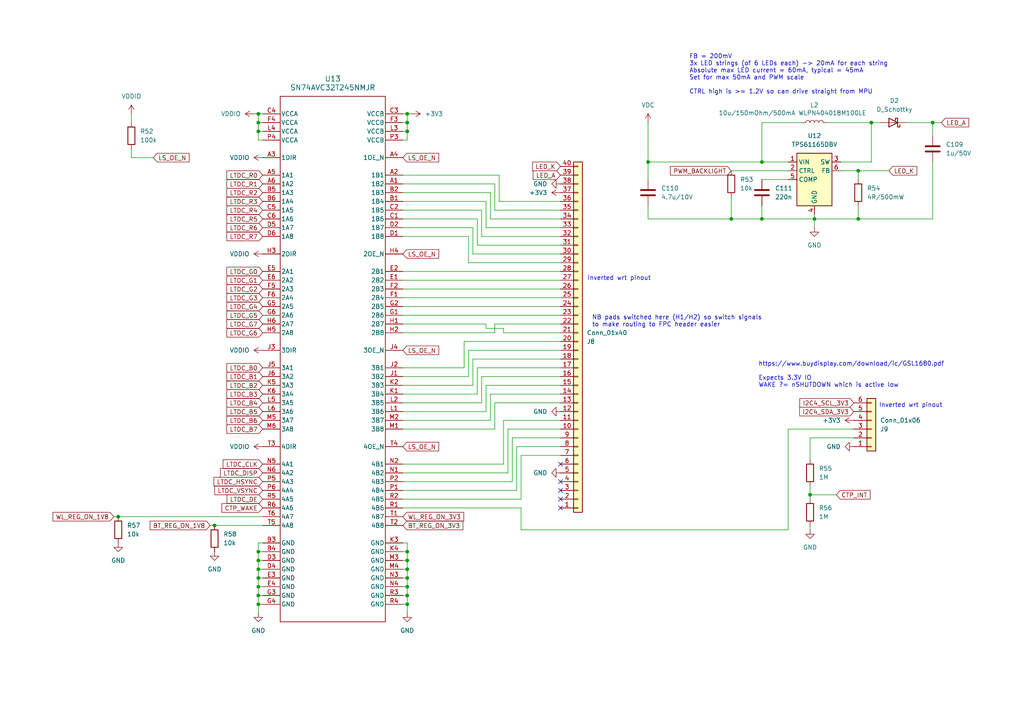
<source format=kicad_sch>
(kicad_sch (version 20250114) (generator "eeschema") (generator_version "9.0")
  (paper "A4")
  (lib_symbols
    (symbol "Connector_Generic:Conn_01x06" (pin_names (offset 1.016) (hide yes))
      (property "Reference" "J" (at 0 7.62 0))
      (property "Value" "Conn_01x06" (at 0 -10.16 0))
      (symbol "Conn_01x06_1_1"
        (rectangle (start -1.27 6.35) (end 1.27 -8.89) (stroke (width 0.254)) (fill (type background)))
        (rectangle (start -1.27 5.207) (end 0 4.953) (stroke (width 0.1524)))
        (rectangle (start -1.27 2.667) (end 0 2.413) (stroke (width 0.1524)))
        (rectangle (start -1.27 0.127) (end 0 -0.127) (stroke (width 0.1524)))
        (rectangle (start -1.27 -2.413) (end 0 -2.667) (stroke (width 0.1524)))
        (rectangle (start -1.27 -4.953) (end 0 -5.207) (stroke (width 0.1524)))
        (rectangle (start -1.27 -7.493) (end 0 -7.747) (stroke (width 0.1524)))
        (pin passive line (at -5.08 5.08 0) (length 3.81) (name "Pin_1") (number "1"))
        (pin passive line (at -5.08 2.54 0) (length 3.81) (name "Pin_2") (number "2"))
        (pin passive line (at -5.08 0 0) (length 3.81) (name "Pin_3") (number "3"))
        (pin passive line (at -5.08 -2.54 0) (length 3.81) (name "Pin_4") (number "4"))
        (pin passive line (at -5.08 -5.08 0) (length 3.81) (name "Pin_5") (number "5"))
        (pin passive line (at -5.08 -7.62 0) (length 3.81) (name "Pin_6") (number "6"))
      )
    )
    (symbol "Connector_Generic:Conn_01x40" (pin_names (offset 1.016) (hide yes))
      (property "Reference" "J" (at 0 50.8 0))
      (property "Value" "Conn_01x40" (at 0 -53.34 0))
      (symbol "Conn_01x40_1_1"
        (rectangle (start -1.27 49.53) (end 1.27 -52.07) (stroke (width 0.254)) (fill (type background)))
        (rectangle (start -1.27 48.387) (end 0 48.133) (stroke (width 0.1524)))
        (rectangle (start -1.27 45.847) (end 0 45.593) (stroke (width 0.1524)))
        (rectangle (start -1.27 43.307) (end 0 43.053) (stroke (width 0.1524)))
        (rectangle (start -1.27 40.767) (end 0 40.513) (stroke (width 0.1524)))
        (rectangle (start -1.27 38.227) (end 0 37.973) (stroke (width 0.1524)))
        (rectangle (start -1.27 35.687) (end 0 35.433) (stroke (width 0.1524)))
        (rectangle (start -1.27 33.147) (end 0 32.893) (stroke (width 0.1524)))
        (rectangle (start -1.27 30.607) (end 0 30.353) (stroke (width 0.1524)))
        (rectangle (start -1.27 28.067) (end 0 27.813) (stroke (width 0.1524)))
        (rectangle (start -1.27 25.527) (end 0 25.273) (stroke (width 0.1524)))
        (rectangle (start -1.27 22.987) (end 0 22.733) (stroke (width 0.1524)))
        (rectangle (start -1.27 20.447) (end 0 20.193) (stroke (width 0.1524)))
        (rectangle (start -1.27 17.907) (end 0 17.653) (stroke (width 0.1524)))
        (rectangle (start -1.27 15.367) (end 0 15.113) (stroke (width 0.1524)))
        (rectangle (start -1.27 12.827) (end 0 12.573) (stroke (width 0.1524)))
        (rectangle (start -1.27 10.287) (end 0 10.033) (stroke (width 0.1524)))
        (rectangle (start -1.27 7.747) (end 0 7.493) (stroke (width 0.1524)))
        (rectangle (start -1.27 5.207) (end 0 4.953) (stroke (width 0.1524)))
        (rectangle (start -1.27 2.667) (end 0 2.413) (stroke (width 0.1524)))
        (rectangle (start -1.27 0.127) (end 0 -0.127) (stroke (width 0.1524)))
        (rectangle (start -1.27 -2.413) (end 0 -2.667) (stroke (width 0.1524)))
        (rectangle (start -1.27 -4.953) (end 0 -5.207) (stroke (width 0.1524)))
        (rectangle (start -1.27 -7.493) (end 0 -7.747) (stroke (width 0.1524)))
        (rectangle (start -1.27 -10.033) (end 0 -10.287) (stroke (width 0.1524)))
        (rectangle (start -1.27 -12.573) (end 0 -12.827) (stroke (width 0.1524)))
        (rectangle (start -1.27 -15.113) (end 0 -15.367) (stroke (width 0.1524)))
        (rectangle (start -1.27 -17.653) (end 0 -17.907) (stroke (width 0.1524)))
        (rectangle (start -1.27 -20.193) (end 0 -20.447) (stroke (width 0.1524)))
        (rectangle (start -1.27 -22.733) (end 0 -22.987) (stroke (width 0.1524)))
        (rectangle (start -1.27 -25.273) (end 0 -25.527) (stroke (width 0.1524)))
        (rectangle (start -1.27 -27.813) (end 0 -28.067) (stroke (width 0.1524)))
        (rectangle (start -1.27 -30.353) (end 0 -30.607) (stroke (width 0.1524)))
        (rectangle (start -1.27 -32.893) (end 0 -33.147) (stroke (width 0.1524)))
        (rectangle (start -1.27 -35.433) (end 0 -35.687) (stroke (width 0.1524)))
        (rectangle (start -1.27 -37.973) (end 0 -38.227) (stroke (width 0.1524)))
        (rectangle (start -1.27 -40.513) (end 0 -40.767) (stroke (width 0.1524)))
        (rectangle (start -1.27 -43.053) (end 0 -43.307) (stroke (width 0.1524)))
        (rectangle (start -1.27 -45.593) (end 0 -45.847) (stroke (width 0.1524)))
        (rectangle (start -1.27 -48.133) (end 0 -48.387) (stroke (width 0.1524)))
        (rectangle (start -1.27 -50.673) (end 0 -50.927) (stroke (width 0.1524)))
        (pin passive line (at -5.08 48.26 0) (length 3.81) (name "Pin_1") (number "1"))
        (pin passive line (at -5.08 45.72 0) (length 3.81) (name "Pin_2") (number "2"))
        (pin passive line (at -5.08 43.18 0) (length 3.81) (name "Pin_3") (number "3"))
        (pin passive line (at -5.08 40.64 0) (length 3.81) (name "Pin_4") (number "4"))
        (pin passive line (at -5.08 38.1 0) (length 3.81) (name "Pin_5") (number "5"))
        (pin passive line (at -5.08 35.56 0) (length 3.81) (name "Pin_6") (number "6"))
        (pin passive line (at -5.08 33.02 0) (length 3.81) (name "Pin_7") (number "7"))
        (pin passive line (at -5.08 30.48 0) (length 3.81) (name "Pin_8") (number "8"))
        (pin passive line (at -5.08 27.94 0) (length 3.81) (name "Pin_9") (number "9"))
        (pin passive line (at -5.08 25.4 0) (length 3.81) (name "Pin_10") (number "10"))
        (pin passive line (at -5.08 22.86 0) (length 3.81) (name "Pin_11") (number "11"))
        (pin passive line (at -5.08 20.32 0) (length 3.81) (name "Pin_12") (number "12"))
        (pin passive line (at -5.08 17.78 0) (length 3.81) (name "Pin_13") (number "13"))
        (pin passive line (at -5.08 15.24 0) (length 3.81) (name "Pin_14") (number "14"))
        (pin passive line (at -5.08 12.7 0) (length 3.81) (name "Pin_15") (number "15"))
        (pin passive line (at -5.08 10.16 0) (length 3.81) (name "Pin_16") (number "16"))
        (pin passive line (at -5.08 7.62 0) (length 3.81) (name "Pin_17") (number "17"))
        (pin passive line (at -5.08 5.08 0) (length 3.81) (name "Pin_18") (number "18"))
        (pin passive line (at -5.08 2.54 0) (length 3.81) (name "Pin_19") (number "19"))
        (pin passive line (at -5.08 0 0) (length 3.81) (name "Pin_20") (number "20"))
        (pin passive line (at -5.08 -2.54 0) (length 3.81) (name "Pin_21") (number "21"))
        (pin passive line (at -5.08 -5.08 0) (length 3.81) (name "Pin_22") (number "22"))
        (pin passive line (at -5.08 -7.62 0) (length 3.81) (name "Pin_23") (number "23"))
        (pin passive line (at -5.08 -10.16 0) (length 3.81) (name "Pin_24") (number "24"))
        (pin passive line (at -5.08 -12.7 0) (length 3.81) (name "Pin_25") (number "25"))
        (pin passive line (at -5.08 -15.24 0) (length 3.81) (name "Pin_26") (number "26"))
        (pin passive line (at -5.08 -17.78 0) (length 3.81) (name "Pin_27") (number "27"))
        (pin passive line (at -5.08 -20.32 0) (length 3.81) (name "Pin_28") (number "28"))
        (pin passive line (at -5.08 -22.86 0) (length 3.81) (name "Pin_29") (number "29"))
        (pin passive line (at -5.08 -25.4 0) (length 3.81) (name "Pin_30") (number "30"))
        (pin passive line (at -5.08 -27.94 0) (length 3.81) (name "Pin_31") (number "31"))
        (pin passive line (at -5.08 -30.48 0) (length 3.81) (name "Pin_32") (number "32"))
        (pin passive line (at -5.08 -33.02 0) (length 3.81) (name "Pin_33") (number "33"))
        (pin passive line (at -5.08 -35.56 0) (length 3.81) (name "Pin_34") (number "34"))
        (pin passive line (at -5.08 -38.1 0) (length 3.81) (name "Pin_35") (number "35"))
        (pin passive line (at -5.08 -40.64 0) (length 3.81) (name "Pin_36") (number "36"))
        (pin passive line (at -5.08 -43.18 0) (length 3.81) (name "Pin_37") (number "37"))
        (pin passive line (at -5.08 -45.72 0) (length 3.81) (name "Pin_38") (number "38"))
        (pin passive line (at -5.08 -48.26 0) (length 3.81) (name "Pin_39") (number "39"))
        (pin passive line (at -5.08 -50.8 0) (length 3.81) (name "Pin_40") (number "40"))
      )
    )
    (symbol "Device:C" (pin_numbers (hide yes)) (pin_names (offset 0.254))
      (property "Reference" "C" (at 0.635 2.54 0))
      (property "Value" "C" (at 0.635 -2.54 0))
      (symbol "C_0_1"
        (polyline (pts (xy -2.032 0.762) (xy 2.032 0.762)) (stroke (width 0.508)))
        (polyline (pts (xy -2.032 -0.762) (xy 2.032 -0.762)) (stroke (width 0.508)))
      )
      (symbol "C_1_1"
        (pin passive line (at 0 3.81 270) (length 2.794) (name "~") (number "1"))
        (pin passive line (at 0 -3.81 90) (length 2.794) (name "~") (number "2"))
      )
    )
    (symbol "Device:D_Schottky" (pin_numbers (hide yes)) (pin_names (offset 1.016) (hide yes))
      (property "Reference" "D" (at 0 2.54 0))
      (property "Value" "D_Schottky" (at 0 -2.54 0))
      (symbol "D_Schottky_0_1"
        (polyline (pts (xy -1.905 0.635) (xy -1.905 1.27) (xy -1.27 1.27) (xy -1.27 -1.27) (xy -0.635 -1.27) (xy -0.635 -0.635)) (stroke (width 0.254)))
        (polyline (pts (xy 1.27 1.27) (xy 1.27 -1.27) (xy -1.27 0) (xy 1.27 1.27)) (stroke (width 0.254)))
        (polyline (pts (xy 1.27 0) (xy -1.27 0)))
      )
      (symbol "D_Schottky_1_1"
        (pin passive line (at -3.81 0 0) (length 2.54) (name "K") (number "1"))
        (pin passive line (at 3.81 0 180) (length 2.54) (name "A") (number "2"))
      )
    )
    (symbol "Device:L" (pin_numbers (hide yes)) (pin_names (offset 1.016) (hide yes))
      (property "Reference" "L" (at -1.27 0 90))
      (property "Value" "L" (at 1.905 0 90))
      (symbol "L_0_1"
        (arc (start 0 2.54) (mid 0.6323 1.905) (end 0 1.27))
        (arc (start 0 1.27) (mid 0.6323 0.635) (end 0 0))
        (arc (start 0 0) (mid 0.6323 -0.635) (end 0 -1.27))
        (arc (start 0 -1.27) (mid 0.6323 -1.905) (end 0 -2.54))
      )
      (symbol "L_1_1"
        (pin passive line (at 0 3.81 270) (length 1.27) (name "1") (number "1"))
        (pin passive line (at 0 -3.81 90) (length 1.27) (name "2") (number "2"))
      )
    )
    (symbol "Device:R" (pin_numbers (hide yes)) (pin_names (offset 0))
      (property "Reference" "R" (at 2.032 0 90))
      (property "Value" "R" (at 0 0 90))
      (symbol "R_0_1"
        (rectangle (start -1.016 -2.54) (end 1.016 2.54) (stroke (width 0.254)))
      )
      (symbol "R_1_1"
        (pin passive line (at 0 3.81 270) (length 1.27) (name "~") (number "1"))
        (pin passive line (at 0 -3.81 90) (length 1.27) (name "~") (number "2"))
      )
    )
    (symbol "Driver_LED:TPS61165DBV"
      (property "Reference" "U" (at 0 11.43 0))
      (property "Value" "TPS61165DBV" (at 0 8.89 0))
      (symbol "TPS61165DBV_1_1"
        (rectangle (start -5.08 7.62) (end 5.08 -7.62) (stroke (width 0.254)) (fill (type background)))
        (pin power_in line (at -7.62 5.08 0) (length 2.54) (name "VIN") (number "1"))
        (pin input line (at -7.62 2.54 0) (length 2.54) (name "CTRL") (number "2"))
        (pin output line (at -7.62 0 0) (length 2.54) (name "COMP") (number "5"))
        (pin power_in line (at 0 -10.16 90) (length 2.54) (name "GND") (number "4"))
        (pin power_out line (at 7.62 5.08 180) (length 2.54) (name "SW") (number "3"))
        (pin input line (at 7.62 2.54 180) (length 2.54) (name "FB") (number "6"))
      )
    )
    (symbol "SN74AVC32:SN74AVC32T245NMJR" (pin_names (offset 0.254))
      (property "Reference" "U" (at 0 81.788 0))
      (property "Value" "SN74AVC32T245NMJR" (at 0 79.248 0))
      (symbol "SN74AVC32T245NMJR_0_1"
        (polyline (pts (xy -15.24 76.2) (xy -15.24 -76.2)) (stroke (width 0.2032)))
        (polyline (pts (xy -15.24 -76.2) (xy 15.24 -76.2)) (stroke (width 0.2032)))
        (polyline (pts (xy 15.24 76.2) (xy -15.24 76.2)) (stroke (width 0.2032)))
        (polyline (pts (xy 15.24 -76.2) (xy 15.24 76.2)) (stroke (width 0.2032)))
        (pin power_in line (at -20.32 71.12 0) (length 5.08) (name "VCCA") (number "C4"))
        (pin power_in line (at -20.32 68.58 0) (length 5.08) (name "VCCA") (number "F4"))
        (pin power_in line (at -20.32 66.04 0) (length 5.08) (name "VCCA") (number "L4"))
        (pin power_in line (at -20.32 63.5 0) (length 5.08) (name "VCCA") (number "P4"))
        (pin input line (at -20.32 58.42 0) (length 5.08) (name "1DIR") (number "A3"))
        (pin bidirectional line (at -20.32 53.34 0) (length 5.08) (name "1A1") (number "A5"))
        (pin bidirectional line (at -20.32 50.8 0) (length 5.08) (name "1A2") (number "A6"))
        (pin bidirectional line (at -20.32 48.26 0) (length 5.08) (name "1A3") (number "B5"))
        (pin bidirectional line (at -20.32 45.72 0) (length 5.08) (name "1A4") (number "B6"))
        (pin bidirectional line (at -20.32 43.18 0) (length 5.08) (name "1A5") (number "C5"))
        (pin bidirectional line (at -20.32 40.64 0) (length 5.08) (name "1A6") (number "C6"))
        (pin bidirectional line (at -20.32 38.1 0) (length 5.08) (name "1A7") (number "D5"))
        (pin bidirectional line (at -20.32 35.56 0) (length 5.08) (name "1A8") (number "D6"))
        (pin input line (at -20.32 30.48 0) (length 5.08) (name "2DIR") (number "H3"))
        (pin bidirectional line (at -20.32 25.4 0) (length 5.08) (name "2A1") (number "E5"))
        (pin bidirectional line (at -20.32 22.86 0) (length 5.08) (name "2A2") (number "E6"))
        (pin bidirectional line (at -20.32 20.32 0) (length 5.08) (name "2A3") (number "F5"))
        (pin bidirectional line (at -20.32 17.78 0) (length 5.08) (name "2A4") (number "F6"))
        (pin bidirectional line (at -20.32 15.24 0) (length 5.08) (name "2A5") (number "G5"))
        (pin bidirectional line (at -20.32 12.7 0) (length 5.08) (name "2A6") (number "G6"))
        (pin bidirectional line (at -20.32 10.16 0) (length 5.08) (name "2A7") (number "H6"))
        (pin bidirectional line (at -20.32 7.62 0) (length 5.08) (name "2A8") (number "H5"))
        (pin input line (at -20.32 2.54 0) (length 5.08) (name "3DIR") (number "J3"))
        (pin bidirectional line (at -20.32 -2.54 0) (length 5.08) (name "3A1") (number "J5"))
        (pin bidirectional line (at -20.32 -5.08 0) (length 5.08) (name "3A2") (number "J6"))
        (pin bidirectional line (at -20.32 -7.62 0) (length 5.08) (name "3A3") (number "K5"))
        (pin bidirectional line (at -20.32 -10.16 0) (length 5.08) (name "3A4") (number "K6"))
        (pin bidirectional line (at -20.32 -12.7 0) (length 5.08) (name "3A5") (number "L5"))
        (pin bidirectional line (at -20.32 -15.24 0) (length 5.08) (name "3A6") (number "L6"))
        (pin bidirectional line (at -20.32 -17.78 0) (length 5.08) (name "3A7") (number "M5"))
        (pin bidirectional line (at -20.32 -20.32 0) (length 5.08) (name "3A8") (number "M6"))
        (pin input line (at -20.32 -25.4 0) (length 5.08) (name "4DIR") (number "T3"))
        (pin bidirectional line (at -20.32 -30.48 0) (length 5.08) (name "4A1") (number "N5"))
        (pin bidirectional line (at -20.32 -33.02 0) (length 5.08) (name "4A2") (number "N6"))
        (pin bidirectional line (at -20.32 -35.56 0) (length 5.08) (name "4A3") (number "P5"))
        (pin bidirectional line (at -20.32 -38.1 0) (length 5.08) (name "4A4") (number "P6"))
        (pin bidirectional line (at -20.32 -40.64 0) (length 5.08) (name "4A5") (number "R5"))
        (pin bidirectional line (at -20.32 -43.18 0) (length 5.08) (name "4A6") (number "R6"))
        (pin bidirectional line (at -20.32 -45.72 0) (length 5.08) (name "4A7") (number "T6"))
        (pin bidirectional line (at -20.32 -48.26 0) (length 5.08) (name "4A8") (number "T5"))
        (pin power_in line (at -20.32 -53.34 0) (length 5.08) (name "GND") (number "B3"))
        (pin power_in line (at -20.32 -55.88 0) (length 5.08) (name "GND") (number "B4"))
        (pin power_in line (at -20.32 -58.42 0) (length 5.08) (name "GND") (number "D3"))
        (pin power_in line (at -20.32 -60.96 0) (length 5.08) (name "GND") (number "D4"))
        (pin power_in line (at -20.32 -63.5 0) (length 5.08) (name "GND") (number "E3"))
        (pin power_in line (at -20.32 -66.04 0) (length 5.08) (name "GND") (number "E4"))
        (pin power_in line (at -20.32 -68.58 0) (length 5.08) (name "GND") (number "G3"))
        (pin power_in line (at -20.32 -71.12 0) (length 5.08) (name "GND") (number "G4"))
        (pin power_in line (at 20.32 71.12 180) (length 5.08) (name "VCCB") (number "C3"))
        (pin power_in line (at 20.32 68.58 180) (length 5.08) (name "VCCB") (number "F3"))
        (pin power_in line (at 20.32 66.04 180) (length 5.08) (name "VCCB") (number "L3"))
        (pin power_in line (at 20.32 63.5 180) (length 5.08) (name "VCCB") (number "P3"))
        (pin input line (at 20.32 58.42 180) (length 5.08) (name "1OE_N") (number "A4"))
        (pin bidirectional line (at 20.32 53.34 180) (length 5.08) (name "1B1") (number "A2"))
        (pin bidirectional line (at 20.32 50.8 180) (length 5.08) (name "1B2") (number "A1"))
        (pin bidirectional line (at 20.32 48.26 180) (length 5.08) (name "1B3") (number "B2"))
        (pin bidirectional line (at 20.32 45.72 180) (length 5.08) (name "1B4") (number "B1"))
        (pin bidirectional line (at 20.32 43.18 180) (length 5.08) (name "1B5") (number "C2"))
        (pin bidirectional line (at 20.32 40.64 180) (length 5.08) (name "1B6") (number "C1"))
        (pin bidirectional line (at 20.32 38.1 180) (length 5.08) (name "1B7") (number "D2"))
        (pin bidirectional line (at 20.32 35.56 180) (length 5.08) (name "1B8") (number "D1"))
        (pin input line (at 20.32 30.48 180) (length 5.08) (name "2OE_N") (number "H4"))
        (pin bidirectional line (at 20.32 25.4 180) (length 5.08) (name "2B1") (number "E2"))
        (pin bidirectional line (at 20.32 22.86 180) (length 5.08) (name "2B2") (number "E1"))
        (pin bidirectional line (at 20.32 20.32 180) (length 5.08) (name "2B3") (number "F2"))
        (pin bidirectional line (at 20.32 17.78 180) (length 5.08) (name "2B4") (number "F1"))
        (pin bidirectional line (at 20.32 15.24 180) (length 5.08) (name "2B5") (number "G2"))
        (pin bidirectional line (at 20.32 12.7 180) (length 5.08) (name "2B6") (number "G1"))
        (pin bidirectional line (at 20.32 10.16 180) (length 5.08) (name "2B7") (number "H1"))
        (pin bidirectional line (at 20.32 7.62 180) (length 5.08) (name "2B8") (number "H2"))
        (pin input line (at 20.32 2.54 180) (length 5.08) (name "3OE_N") (number "J4"))
        (pin bidirectional line (at 20.32 -2.54 180) (length 5.08) (name "3B1") (number "J2"))
        (pin bidirectional line (at 20.32 -5.08 180) (length 5.08) (name "3B2") (number "J1"))
        (pin bidirectional line (at 20.32 -7.62 180) (length 5.08) (name "3B3") (number "K2"))
        (pin bidirectional line (at 20.32 -10.16 180) (length 5.08) (name "3B4") (number "K1"))
        (pin bidirectional line (at 20.32 -12.7 180) (length 5.08) (name "3B5") (number "L2"))
        (pin bidirectional line (at 20.32 -15.24 180) (length 5.08) (name "3B6") (number "L1"))
        (pin bidirectional line (at 20.32 -17.78 180) (length 5.08) (name "3B7") (number "M2"))
        (pin bidirectional line (at 20.32 -20.32 180) (length 5.08) (name "3B8") (number "M1"))
        (pin input line (at 20.32 -25.4 180) (length 5.08) (name "4OE_N") (number "T4"))
        (pin bidirectional line (at 20.32 -30.48 180) (length 5.08) (name "4B1") (number "N2"))
        (pin bidirectional line (at 20.32 -33.02 180) (length 5.08) (name "4B2") (number "N1"))
        (pin bidirectional line (at 20.32 -35.56 180) (length 5.08) (name "4B3") (number "P2"))
        (pin bidirectional line (at 20.32 -38.1 180) (length 5.08) (name "4B4") (number "P1"))
        (pin bidirectional line (at 20.32 -40.64 180) (length 5.08) (name "4B5") (number "R2"))
        (pin bidirectional line (at 20.32 -43.18 180) (length 5.08) (name "4B6") (number "R1"))
        (pin bidirectional line (at 20.32 -45.72 180) (length 5.08) (name "4B7") (number "T1"))
        (pin bidirectional line (at 20.32 -48.26 180) (length 5.08) (name "4B8") (number "T2"))
        (pin power_in line (at 20.32 -53.34 180) (length 5.08) (name "GND") (number "K3"))
        (pin power_in line (at 20.32 -55.88 180) (length 5.08) (name "GND") (number "K4"))
        (pin power_in line (at 20.32 -58.42 180) (length 5.08) (name "GND") (number "M3"))
        (pin power_in line (at 20.32 -60.96 180) (length 5.08) (name "GND") (number "M4"))
        (pin power_in line (at 20.32 -63.5 180) (length 5.08) (name "GND") (number "N3"))
        (pin power_in line (at 20.32 -66.04 180) (length 5.08) (name "GND") (number "N4"))
        (pin power_in line (at 20.32 -68.58 180) (length 5.08) (name "GND") (number "R3"))
        (pin power_in line (at 20.32 -71.12 180) (length 5.08) (name "GND") (number "R4"))
      )
    )
    (symbol "power:+3V3" (power) (pin_numbers (hide yes)) (pin_names (offset 0) (hide yes))
      (property "Value" "+3V3" (at 0 3.556 0))
      (symbol "+3V3_0_1"
        (polyline (pts (xy -0.762 1.27) (xy 0 2.54)))
        (polyline (pts (xy 0 2.54) (xy 0.762 1.27)))
        (polyline (pts (xy 0 0) (xy 0 2.54)))
      )
      (symbol "+3V3_1_1"
        (pin power_in line (at 0 0 90) (length 0) (name "~") (number "1"))
      )
    )
    (symbol "power:GND" (power) (pin_numbers (hide yes)) (pin_names (offset 0) (hide yes))
      (property "Value" "GND" (at 0 -3.81 0))
      (symbol "GND_0_1"
        (polyline (pts (xy 0 0) (xy 0 -1.27) (xy 1.27 -1.27) (xy 0 -2.54) (xy -1.27 -1.27) (xy 0 -1.27)))
      )
      (symbol "GND_1_1"
        (pin power_in line (at 0 0 270) (length 0) (name "~") (number "1"))
      )
    )
    (symbol "power:VDC" (power) (pin_numbers (hide yes)) (pin_names (offset 0) (hide yes))
      (property "Value" "VDC" (at 0 3.556 0))
      (symbol "VDC_0_1"
        (polyline (pts (xy -0.762 1.27) (xy 0 2.54)))
        (polyline (pts (xy 0 2.54) (xy 0.762 1.27)))
        (polyline (pts (xy 0 0) (xy 0 2.54)))
      )
      (symbol "VDC_1_1"
        (pin power_in line (at 0 0 90) (length 0) (name "~") (number "1"))
      )
    )
    (symbol "power:VDD" (power) (pin_numbers (hide yes)) (pin_names (offset 0) (hide yes))
      (property "Value" "VDD" (at 0 3.556 0))
      (symbol "VDD_0_1"
        (polyline (pts (xy -0.762 1.27) (xy 0 2.54)))
        (polyline (pts (xy 0 2.54) (xy 0.762 1.27)))
        (polyline (pts (xy 0 0) (xy 0 2.54)))
      )
      (symbol "VDD_1_1"
        (pin power_in line (at 0 0 90) (length 0) (name "~") (number "1"))
      )
    )
  )
  (text "FB = 200mV\n3x LED strings (of 6 LEDs each) -> 20mA for each string\nAbsolute max LED current = 60mA, typical = 45mA\nSet for max 50mA and PWM scale\n\nCTRL high is >= 1.2V so can drive straight from MPU" (at 199.898 21.59 0) (effects (font (size 1.27 1.27)) (justify left)))
  (text "NB pads switched here (H1/H2) so switch signals\nto make routing to FPC header easier" (at 171.704 93.218 0) (effects (font (size 1.27 1.27)) (justify left)))
  (text "https://www.buydisplay.com/download/ic/GSL1680.pdf\n\nExpects 3.3V IO\nWAKE ?= nSHUTDOWN which is active low" (at 219.964 108.712 0) (effects (font (size 1.27 1.27)) (justify left)))
  (text "Inverted wrt pinout" (at 264.16 117.602 0) (effects (font (size 1.27 1.27))))
  (text "Inverted wrt pinout" (at 179.578 80.772 0) (effects (font (size 1.27 1.27))))
  (junction (at 248.92 49.53))
  (junction (at 74.93 167.64))
  (junction (at 74.93 160.02))
  (junction (at 74.93 172.72))
  (junction (at 118.11 167.64))
  (junction (at 252.73 35.56))
  (junction (at 118.11 35.56))
  (junction (at 270.51 35.56))
  (junction (at 74.93 175.26))
  (junction (at 74.93 170.18))
  (junction (at 118.11 170.18))
  (junction (at 236.22 63.5))
  (junction (at 118.11 172.72))
  (junction (at 74.93 38.1))
  (junction (at 74.93 35.56))
  (junction (at 234.95 143.51))
  (junction (at 118.11 165.1))
  (junction (at 118.11 33.02))
  (junction (at 118.11 38.1))
  (junction (at 212.09 63.5))
  (junction (at 34.29 149.86))
  (junction (at 248.92 63.5))
  (junction (at 118.11 175.26))
  (junction (at 118.11 160.02))
  (junction (at 74.93 165.1))
  (junction (at 118.11 162.56))
  (junction (at 220.98 63.5))
  (junction (at 62.23 152.4))
  (junction (at 74.93 162.56))
  (junction (at 74.93 33.02))
  (junction (at 187.96 46.99))
  (junction (at 220.98 46.99))
  (no_connect (at 162.56 139.7))
  (no_connect (at 162.56 144.78))
  (no_connect (at 162.56 142.24))
  (no_connect (at 162.56 134.62))
  (no_connect (at 162.56 147.32))
  (wire (pts (xy 162.56 121.92) (xy 146.05 121.92)))
  (wire (pts (xy 140.97 66.04) (xy 140.97 58.42)))
  (wire (pts (xy 187.96 46.99) (xy 187.96 52.07)))
  (wire (pts (xy 118.11 165.1) (xy 116.84 165.1)))
  (wire (pts (xy 270.51 35.56) (xy 262.89 35.56)))
  (wire (pts (xy 74.93 170.18) (xy 76.2 170.18)))
  (wire (pts (xy 116.84 114.3) (xy 138.43 114.3)))
  (wire (pts (xy 118.11 162.56) (xy 116.84 162.56)))
  (wire (pts (xy 34.29 149.86) (xy 76.2 149.86)))
  (wire (pts (xy 38.1 45.72) (xy 44.45 45.72)))
  (wire (pts (xy 137.16 111.76) (xy 137.16 104.14)))
  (wire (pts (xy 187.96 59.69) (xy 187.96 63.5)))
  (wire (pts (xy 137.16 73.66) (xy 162.56 73.66)))
  (wire (pts (xy 74.93 35.56) (xy 74.93 38.1)))
  (wire (pts (xy 74.93 165.1) (xy 74.93 167.64)))
  (wire (pts (xy 252.73 35.56) (xy 255.27 35.56)))
  (wire (pts (xy 140.97 111.76) (xy 162.56 111.76)))
  (wire (pts (xy 234.95 153.67) (xy 234.95 152.4)))
  (wire (pts (xy 146.05 134.62) (xy 116.84 134.62)))
  (wire (pts (xy 142.24 114.3) (xy 162.56 114.3)))
  (wire (pts (xy 162.56 116.84) (xy 143.51 116.84)))
  (wire (pts (xy 151.13 153.67) (xy 228.6 153.67)))
  (wire (pts (xy 74.93 175.26) (xy 76.2 175.26)))
  (wire (pts (xy 142.24 63.5) (xy 142.24 55.88)))
  (wire (pts (xy 74.93 33.02) (xy 76.2 33.02)))
  (wire (pts (xy 60.96 152.4) (xy 62.23 152.4)))
  (wire (pts (xy 135.89 68.58) (xy 116.84 68.58)))
  (wire (pts (xy 144.78 58.42) (xy 162.56 58.42)))
  (wire (pts (xy 76.2 157.48) (xy 74.93 157.48)))
  (wire (pts (xy 135.89 76.2) (xy 162.56 76.2)))
  (wire (pts (xy 247.65 127) (xy 234.95 127)))
  (wire (pts (xy 116.84 106.68) (xy 134.62 106.68)))
  (wire (pts (xy 119.38 33.02) (xy 118.11 33.02)))
  (wire (pts (xy 74.93 162.56) (xy 74.93 165.1)))
  (wire (pts (xy 137.16 66.04) (xy 116.84 66.04)))
  (wire (pts (xy 118.11 172.72) (xy 118.11 175.26)))
  (wire (pts (xy 118.11 160.02) (xy 118.11 162.56)))
  (wire (pts (xy 74.93 160.02) (xy 76.2 160.02)))
  (wire (pts (xy 212.09 63.5) (xy 220.98 63.5)))
  (wire (pts (xy 140.97 95.25) (xy 146.05 95.25)))
  (wire (pts (xy 228.6 124.46) (xy 247.65 124.46)))
  (wire (pts (xy 149.86 142.24) (xy 116.84 142.24)))
  (wire (pts (xy 140.97 58.42) (xy 116.84 58.42)))
  (wire (pts (xy 220.98 59.69) (xy 220.98 63.5)))
  (wire (pts (xy 220.98 63.5) (xy 236.22 63.5)))
  (wire (pts (xy 116.84 38.1) (xy 118.11 38.1)))
  (wire (pts (xy 143.51 60.96) (xy 162.56 60.96)))
  (wire (pts (xy 116.84 91.44) (xy 162.56 91.44)))
  (wire (pts (xy 220.98 52.07) (xy 228.6 52.07)))
  (wire (pts (xy 187.96 46.99) (xy 220.98 46.99)))
  (wire (pts (xy 162.56 127) (xy 148.59 127)))
  (wire (pts (xy 116.84 35.56) (xy 118.11 35.56)))
  (wire (pts (xy 118.11 170.18) (xy 118.11 172.72)))
  (wire (pts (xy 74.93 160.02) (xy 74.93 162.56)))
  (wire (pts (xy 139.7 68.58) (xy 162.56 68.58)))
  (wire (pts (xy 116.84 147.32) (xy 151.13 147.32)))
  (wire (pts (xy 149.86 129.54) (xy 149.86 142.24)))
  (wire (pts (xy 118.11 40.64) (xy 116.84 40.64)))
  (wire (pts (xy 134.62 99.06) (xy 162.56 99.06)))
  (wire (pts (xy 248.92 49.53) (xy 248.92 52.07)))
  (wire (pts (xy 118.11 172.72) (xy 116.84 172.72)))
  (wire (pts (xy 252.73 35.56) (xy 240.03 35.56)))
  (wire (pts (xy 74.93 38.1) (xy 74.93 40.64)))
  (wire (pts (xy 118.11 157.48) (xy 118.11 160.02)))
  (wire (pts (xy 134.62 106.68) (xy 134.62 99.06)))
  (wire (pts (xy 220.98 46.99) (xy 228.6 46.99)))
  (wire (pts (xy 118.11 162.56) (xy 118.11 165.1)))
  (wire (pts (xy 118.11 160.02) (xy 116.84 160.02)))
  (wire (pts (xy 236.22 63.5) (xy 248.92 63.5)))
  (wire (pts (xy 38.1 43.18) (xy 38.1 45.72)))
  (wire (pts (xy 74.93 172.72) (xy 76.2 172.72)))
  (wire (pts (xy 116.84 86.36) (xy 162.56 86.36)))
  (wire (pts (xy 148.59 139.7) (xy 116.84 139.7)))
  (wire (pts (xy 139.7 116.84) (xy 139.7 109.22)))
  (wire (pts (xy 243.84 46.99) (xy 252.73 46.99)))
  (wire (pts (xy 146.05 95.25) (xy 146.05 96.52)))
  (wire (pts (xy 212.09 49.53) (xy 228.6 49.53)))
  (wire (pts (xy 142.24 63.5) (xy 162.56 63.5)))
  (wire (pts (xy 118.11 165.1) (xy 118.11 167.64)))
  (wire (pts (xy 228.6 153.67) (xy 228.6 124.46)))
  (wire (pts (xy 162.56 129.54) (xy 149.86 129.54)))
  (wire (pts (xy 74.93 162.56) (xy 76.2 162.56)))
  (wire (pts (xy 74.93 40.64) (xy 76.2 40.64)))
  (wire (pts (xy 143.51 93.98) (xy 162.56 93.98)))
  (wire (pts (xy 151.13 144.78) (xy 116.84 144.78)))
  (wire (pts (xy 144.78 50.8) (xy 116.84 50.8)))
  (wire (pts (xy 116.84 109.22) (xy 135.89 109.22)))
  (wire (pts (xy 116.84 88.9) (xy 162.56 88.9)))
  (wire (pts (xy 116.84 121.92) (xy 142.24 121.92)))
  (wire (pts (xy 248.92 59.69) (xy 248.92 63.5)))
  (wire (pts (xy 242.57 143.51) (xy 234.95 143.51)))
  (wire (pts (xy 73.66 33.02) (xy 74.93 33.02)))
  (wire (pts (xy 148.59 127) (xy 148.59 139.7)))
  (wire (pts (xy 118.11 35.56) (xy 118.11 38.1)))
  (wire (pts (xy 33.02 149.86) (xy 34.29 149.86)))
  (wire (pts (xy 151.13 132.08) (xy 151.13 144.78)))
  (wire (pts (xy 234.95 140.97) (xy 234.95 143.51)))
  (wire (pts (xy 243.84 49.53) (xy 248.92 49.53)))
  (wire (pts (xy 187.96 63.5) (xy 212.09 63.5)))
  (wire (pts (xy 140.97 93.98) (xy 140.97 95.25)))
  (wire (pts (xy 162.56 124.46) (xy 147.32 124.46)))
  (wire (pts (xy 138.43 63.5) (xy 116.84 63.5)))
  (wire (pts (xy 147.32 137.16) (xy 116.84 137.16)))
  (wire (pts (xy 116.84 93.98) (xy 140.97 93.98)))
  (wire (pts (xy 234.95 143.51) (xy 234.95 144.78)))
  (wire (pts (xy 143.51 53.34) (xy 116.84 53.34)))
  (wire (pts (xy 74.93 165.1) (xy 76.2 165.1)))
  (wire (pts (xy 162.56 132.08) (xy 151.13 132.08)))
  (wire (pts (xy 118.11 38.1) (xy 118.11 40.64)))
  (wire (pts (xy 62.23 152.4) (xy 76.2 152.4)))
  (wire (pts (xy 144.78 58.42) (xy 144.78 50.8)))
  (wire (pts (xy 38.1 33.02) (xy 38.1 35.56)))
  (wire (pts (xy 74.93 33.02) (xy 74.93 35.56)))
  (wire (pts (xy 143.51 60.96) (xy 143.51 53.34)))
  (wire (pts (xy 151.13 147.32) (xy 151.13 153.67)))
  (wire (pts (xy 116.84 78.74) (xy 162.56 78.74)))
  (wire (pts (xy 116.84 157.48) (xy 118.11 157.48)))
  (wire (pts (xy 74.93 167.64) (xy 74.93 170.18)))
  (wire (pts (xy 147.32 124.46) (xy 147.32 137.16)))
  (wire (pts (xy 118.11 33.02) (xy 118.11 35.56)))
  (wire (pts (xy 143.51 96.52) (xy 143.51 93.98)))
  (wire (pts (xy 146.05 121.92) (xy 146.05 134.62)))
  (wire (pts (xy 118.11 170.18) (xy 116.84 170.18)))
  (wire (pts (xy 138.43 114.3) (xy 138.43 106.68)))
  (wire (pts (xy 142.24 121.92) (xy 142.24 114.3)))
  (wire (pts (xy 143.51 116.84) (xy 143.51 124.46)))
  (wire (pts (xy 118.11 175.26) (xy 116.84 175.26)))
  (wire (pts (xy 220.98 35.56) (xy 220.98 46.99)))
  (wire (pts (xy 116.84 119.38) (xy 140.97 119.38)))
  (wire (pts (xy 234.95 127) (xy 234.95 133.35)))
  (wire (pts (xy 118.11 167.64) (xy 118.11 170.18)))
  (wire (pts (xy 116.84 116.84) (xy 139.7 116.84)))
  (wire (pts (xy 118.11 175.26) (xy 118.11 177.8)))
  (wire (pts (xy 248.92 49.53) (xy 257.81 49.53)))
  (wire (pts (xy 270.51 63.5) (xy 270.51 46.99)))
  (wire (pts (xy 116.84 96.52) (xy 143.51 96.52)))
  (wire (pts (xy 236.22 62.23) (xy 236.22 63.5)))
  (wire (pts (xy 135.89 76.2) (xy 135.89 68.58)))
  (wire (pts (xy 116.84 111.76) (xy 137.16 111.76)))
  (wire (pts (xy 270.51 35.56) (xy 270.51 39.37)))
  (wire (pts (xy 74.93 38.1) (xy 76.2 38.1)))
  (wire (pts (xy 116.84 81.28) (xy 162.56 81.28)))
  (wire (pts (xy 116.84 83.82) (xy 162.56 83.82)))
  (wire (pts (xy 74.93 170.18) (xy 74.93 172.72)))
  (wire (pts (xy 139.7 60.96) (xy 116.84 60.96)))
  (wire (pts (xy 252.73 46.99) (xy 252.73 35.56)))
  (wire (pts (xy 248.92 63.5) (xy 270.51 63.5)))
  (wire (pts (xy 118.11 167.64) (xy 116.84 167.64)))
  (wire (pts (xy 187.96 35.56) (xy 187.96 46.99)))
  (wire (pts (xy 137.16 104.14) (xy 162.56 104.14)))
  (wire (pts (xy 146.05 96.52) (xy 162.56 96.52)))
  (wire (pts (xy 135.89 109.22) (xy 135.89 101.6)))
  (wire (pts (xy 138.43 71.12) (xy 138.43 63.5)))
  (wire (pts (xy 138.43 106.68) (xy 162.56 106.68)))
  (wire (pts (xy 143.51 124.46) (xy 116.84 124.46)))
  (wire (pts (xy 138.43 71.12) (xy 162.56 71.12)))
  (wire (pts (xy 232.41 35.56) (xy 220.98 35.56)))
  (wire (pts (xy 74.93 167.64) (xy 76.2 167.64)))
  (wire (pts (xy 236.22 63.5) (xy 236.22 66.04)))
  (wire (pts (xy 74.93 157.48) (xy 74.93 160.02)))
  (wire (pts (xy 270.51 35.56) (xy 273.05 35.56)))
  (wire (pts (xy 140.97 119.38) (xy 140.97 111.76)))
  (wire (pts (xy 142.24 55.88) (xy 116.84 55.88)))
  (wire (pts (xy 74.93 175.26) (xy 74.93 177.8)))
  (wire (pts (xy 116.84 33.02) (xy 118.11 33.02)))
  (wire (pts (xy 135.89 101.6) (xy 162.56 101.6)))
  (wire (pts (xy 212.09 57.15) (xy 212.09 63.5)))
  (wire (pts (xy 140.97 66.04) (xy 162.56 66.04)))
  (wire (pts (xy 74.93 172.72) (xy 74.93 175.26)))
  (wire (pts (xy 139.7 109.22) (xy 162.56 109.22)))
  (wire (pts (xy 74.93 35.56) (xy 76.2 35.56)))
  (wire (pts (xy 139.7 68.58) (xy 139.7 60.96)))
  (wire (pts (xy 137.16 73.66) (xy 137.16 66.04)))
  (global_label "LTDC_G7" (shape input) (at 76.2 93.98 180) (property "Intersheetrefs" "${INTERSHEET_REFS}" (effects (hide yes))))
  (global_label "LTDC_G5" (shape input) (at 76.2 91.44 180) (property "Intersheetrefs" "${INTERSHEET_REFS}" (effects (hide yes))))
  (global_label "I2C4_SCL_3V3" (shape input) (at 247.65 116.84 180) (property "Intersheetrefs" "${INTERSHEET_REFS}" (effects (hide yes))))
  (global_label "LTDC_B5" (shape input) (at 76.2 119.38 180) (property "Intersheetrefs" "${INTERSHEET_REFS}" (effects (hide yes))))
  (global_label "LTDC_R4" (shape input) (at 76.2 60.96 180) (property "Intersheetrefs" "${INTERSHEET_REFS}" (effects (hide yes))))
  (global_label "LTDC_B7" (shape input) (at 76.2 124.46 180) (property "Intersheetrefs" "${INTERSHEET_REFS}" (effects (hide yes))))
  (global_label "LTDC_DISP" (shape input) (at 76.2 137.16 180) (property "Intersheetrefs" "${INTERSHEET_REFS}" (effects (hide yes))))
  (global_label "I2C4_SDA_3V3" (shape input) (at 247.65 119.38 180) (property "Intersheetrefs" "${INTERSHEET_REFS}" (effects (hide yes))))
  (global_label "LTDC_G4" (shape input) (at 76.2 88.9 180) (property "Intersheetrefs" "${INTERSHEET_REFS}" (effects (hide yes))))
  (global_label "LED_K" (shape input) (at 162.56 48.26 180) (property "Intersheetrefs" "${INTERSHEET_REFS}" (effects (hide yes))))
  (global_label "LTDC_B6" (shape input) (at 76.2 121.92 180) (property "Intersheetrefs" "${INTERSHEET_REFS}" (effects (hide yes))))
  (global_label "LS_OE_N" (shape input) (at 116.84 101.6 0) (property "Intersheetrefs" "${INTERSHEET_REFS}" (effects (hide yes))))
  (global_label "LTDC_R7" (shape input) (at 76.2 68.58 180) (property "Intersheetrefs" "${INTERSHEET_REFS}" (effects (hide yes))))
  (global_label "LTDC_R1" (shape input) (at 76.2 53.34 180) (property "Intersheetrefs" "${INTERSHEET_REFS}" (effects (hide yes))))
  (global_label "PWM_BACKLIGHT" (shape input) (at 212.09 49.53 180) (property "Intersheetrefs" "${INTERSHEET_REFS}" (effects (hide yes))))
  (global_label "LTDC_B3" (shape input) (at 76.2 114.3 180) (property "Intersheetrefs" "${INTERSHEET_REFS}" (effects (hide yes))))
  (global_label "BT_REG_ON_1V8" (shape input) (at 60.96 152.4 180) (property "Intersheetrefs" "${INTERSHEET_REFS}" (effects (hide yes))))
  (global_label "LTDC_R6" (shape input) (at 76.2 66.04 180) (property "Intersheetrefs" "${INTERSHEET_REFS}" (effects (hide yes))))
  (global_label "LTDC_R5" (shape input) (at 76.2 63.5 180) (property "Intersheetrefs" "${INTERSHEET_REFS}" (effects (hide yes))))
  (global_label "LTDC_HSYNC" (shape input) (at 76.2 139.7 180) (property "Intersheetrefs" "${INTERSHEET_REFS}" (effects (hide yes))))
  (global_label "WL_REG_ON_1V8" (shape input) (at 33.02 149.86 180) (property "Intersheetrefs" "${INTERSHEET_REFS}" (effects (hide yes))))
  (global_label "LTDC_B4" (shape input) (at 76.2 116.84 180) (property "Intersheetrefs" "${INTERSHEET_REFS}" (effects (hide yes))))
  (global_label "LS_OE_N" (shape input) (at 116.84 45.72 0) (property "Intersheetrefs" "${INTERSHEET_REFS}" (effects (hide yes))))
  (global_label "BT_REG_ON_3V3" (shape input) (at 116.84 152.4 0) (property "Intersheetrefs" "${INTERSHEET_REFS}" (effects (hide yes))))
  (global_label "LS_OE_N" (shape input) (at 116.84 129.54 0) (property "Intersheetrefs" "${INTERSHEET_REFS}" (effects (hide yes))))
  (global_label "WL_REG_ON_3V3" (shape input) (at 116.84 149.86 0) (property "Intersheetrefs" "${INTERSHEET_REFS}" (effects (hide yes))))
  (global_label "LS_OE_N" (shape input) (at 116.84 73.66 0) (property "Intersheetrefs" "${INTERSHEET_REFS}" (effects (hide yes))))
  (global_label "LTDC_G2" (shape input) (at 76.2 83.82 180) (property "Intersheetrefs" "${INTERSHEET_REFS}" (effects (hide yes))))
  (global_label "LTDC_G0" (shape input) (at 76.2 78.74 180) (property "Intersheetrefs" "${INTERSHEET_REFS}" (effects (hide yes))))
  (global_label "LTDC_CLK" (shape input) (at 76.2 134.62 180) (property "Intersheetrefs" "${INTERSHEET_REFS}" (effects (hide yes))))
  (global_label "CTP_WAKE" (shape input) (at 76.2 147.32 180) (property "Intersheetrefs" "${INTERSHEET_REFS}" (effects (hide yes))))
  (global_label "LTDC_G3" (shape input) (at 76.2 86.36 180) (property "Intersheetrefs" "${INTERSHEET_REFS}" (effects (hide yes))))
  (global_label "LTDC_VSYNC" (shape input) (at 76.2 142.24 180) (property "Intersheetrefs" "${INTERSHEET_REFS}" (effects (hide yes))))
  (global_label "LTDC_R3" (shape input) (at 76.2 58.42 180) (property "Intersheetrefs" "${INTERSHEET_REFS}" (effects (hide yes))))
  (global_label "LTDC_B1" (shape input) (at 76.2 109.22 180) (property "Intersheetrefs" "${INTERSHEET_REFS}" (effects (hide yes))))
  (global_label "LS_OE_N" (shape input) (at 44.45 45.72 0) (property "Intersheetrefs" "${INTERSHEET_REFS}" (effects (hide yes))))
  (global_label "LTDC_B0" (shape input) (at 76.2 106.68 180) (property "Intersheetrefs" "${INTERSHEET_REFS}" (effects (hide yes))))
  (global_label "LTDC_G6" (shape input) (at 76.2 96.52 180) (property "Intersheetrefs" "${INTERSHEET_REFS}" (effects (hide yes))))
  (global_label "LED_A" (shape input) (at 162.56 50.8 180) (property "Intersheetrefs" "${INTERSHEET_REFS}" (effects (hide yes))))
  (global_label "LTDC_R2" (shape input) (at 76.2 55.88 180) (property "Intersheetrefs" "${INTERSHEET_REFS}" (effects (hide yes))))
  (global_label "LTDC_DE" (shape input) (at 76.2 144.78 180) (property "Intersheetrefs" "${INTERSHEET_REFS}" (effects (hide yes))))
  (global_label "CTP_INT" (shape input) (at 242.57 143.51 0) (property "Intersheetrefs" "${INTERSHEET_REFS}" (effects (hide yes))))
  (global_label "LED_A" (shape input) (at 273.05 35.56 0) (property "Intersheetrefs" "${INTERSHEET_REFS}" (effects (hide yes))))
  (global_label "LTDC_R0" (shape input) (at 76.2 50.8 180) (property "Intersheetrefs" "${INTERSHEET_REFS}" (effects (hide yes))))
  (global_label "LED_K" (shape input) (at 257.81 49.53 0) (property "Intersheetrefs" "${INTERSHEET_REFS}" (effects (hide yes))))
  (global_label "LTDC_G1" (shape input) (at 76.2 81.28 180) (property "Intersheetrefs" "${INTERSHEET_REFS}" (effects (hide yes))))
  (global_label "LTDC_B2" (shape input) (at 76.2 111.76 180) (property "Intersheetrefs" "${INTERSHEET_REFS}" (effects (hide yes))))
  (symbol (lib_id "power:VDD") (at 76.2 45.72 90) (unit 1)
    (property "Reference" "#PWR0314" (effects (hide yes)))
    (property "Value" "VDDIO" (at 72.39 45.7199 90) (effects (justify left)))
    (property "Description" "Power symbol creates a global label with name \"VDD\"" (effects (hide yes)))
  )
  (symbol (lib_id "Connector_Generic:Conn_01x40") (at 167.64 99.06 0) (mirror x) (unit 1)
    (property "Reference" "J8" (at 170.18 99.0601 0) (effects (justify left)))
    (property "Value" "Conn_01x40" (at 170.18 96.5201 0) (effects (justify left)))
    (property "Footprint" "Connector_FFC-FPC:TE_4-1734839-0_1x40-1MP_P0.5mm_Horizontal" (effects (hide yes)))
    (property "Description" "Generic connector, single row, 01x40, script generated (kicad-library-utils/schlib/autogen/connector/)" (effects (hide yes)))
  )
  (symbol (lib_id "power:VDD") (at 76.2 129.54 90) (unit 1)
    (property "Reference" "#PWR0322" (effects (hide yes)))
    (property "Value" "VDDIO" (at 72.39 129.5399 90) (effects (justify left)))
    (property "Description" "Power symbol creates a global label with name \"VDD\"" (effects (hide yes)))
  )
  (symbol (lib_id "power:+3V3") (at 162.56 55.88 90) (unit 1)
    (property "Reference" "#PWR0316" (effects (hide yes)))
    (property "Value" "+3V3" (at 158.75 55.8799 90) (effects (justify left)))
    (property "Description" "Power symbol creates a global label with name \"+3V3\"" (effects (hide yes)))
  )
  (symbol (lib_id "Device:C") (at 220.98 55.88 0) (unit 1)
    (property "Reference" "C111" (at 224.79 54.6099 0) (effects (justify left)))
    (property "Value" "220n" (at 224.79 57.1499 0) (effects (justify left)))
    (property "Footprint" "Capacitor_SMD:C_0603_1608Metric" (effects (hide yes)))
    (property "Description" "Unpolarized capacitor" (effects (hide yes)))
  )
  (symbol (lib_id "power:VDD") (at 73.66 33.02 90) (unit 1)
    (property "Reference" "#PWR0311" (effects (hide yes)))
    (property "Value" "VDDIO" (at 69.85 33.0199 90) (effects (justify left)))
    (property "Description" "Power symbol creates a global label with name \"VDD\"" (effects (hide yes)))
  )
  (symbol (lib_id "power:GND") (at 247.65 129.54 270) (mirror x) (unit 1)
    (property "Reference" "#PWR0323" (effects (hide yes)))
    (property "Value" "GND" (at 243.84 129.5399 90) (effects (justify right)))
    (property "Description" "Power symbol creates a global label with name \"GND\" , ground" (effects (hide yes)))
  )
  (symbol (lib_id "power:GND") (at 162.56 137.16 270) (mirror x) (unit 1)
    (property "Reference" "#PWR0324" (effects (hide yes)))
    (property "Value" "GND" (at 158.75 137.1599 90) (effects (justify right)))
    (property "Description" "Power symbol creates a global label with name \"GND\" , ground" (effects (hide yes)))
  )
  (symbol (lib_id "SN74AVC32:SN74AVC32T245NMJR") (at 96.52 104.14 0) (unit 1)
    (property "Reference" "U13" (at 96.52 22.86 0) (effects (font (size 1.524 1.524))))
    (property "Value" "SN74AVC32T245NMJR" (at 96.52 25.4 0) (effects (font (size 1.524 1.524))))
    (property "Footprint" "footprints:NMJ0096A-IPC_A" (effects (hide yes)))
    (property "Datasheet" "https://www.ti.com/lit/gpn/sn74avc32t245" (effects (hide yes)))
  )
  (symbol (lib_id "power:GND") (at 34.29 157.48 0) (unit 1)
    (property "Reference" "#PWR0326" (effects (hide yes)))
    (property "Value" "GND" (at 34.29 162.56 0))
    (property "Description" "Power symbol creates a global label with name \"GND\" , ground" (effects (hide yes)))
  )
  (symbol (lib_id "Device:C") (at 270.51 43.18 0) (unit 1)
    (property "Reference" "C109" (at 274.32 41.9099 0) (effects (justify left)))
    (property "Value" "1u/50V" (at 274.32 44.4499 0) (effects (justify left)))
    (property "Footprint" "Capacitor_SMD:C_0805_2012Metric" (effects (hide yes)))
    (property "Description" "Unpolarized capacitor" (effects (hide yes)))
  )
  (symbol (lib_id "power:GND") (at 118.11 177.8 0) (mirror y) (unit 1)
    (property "Reference" "#PWR0329" (effects (hide yes)))
    (property "Value" "GND" (at 118.11 182.88 0))
    (property "Description" "Power symbol creates a global label with name \"GND\" , ground" (effects (hide yes)))
  )
  (symbol (lib_id "Device:D_Schottky") (at 259.08 35.56 180) (unit 1)
    (property "Reference" "D2" (at 259.3975 29.21 0))
    (property "Value" "D_Schottky" (at 259.3975 31.75 0))
    (property "Footprint" "Diode_SMD:D_SOD-128" (effects (hide yes)))
    (property "Description" "Schottky diode" (effects (hide yes)))
  )
  (symbol (lib_id "Device:R") (at 38.1 39.37 0) (unit 1)
    (property "Reference" "R52" (at 40.64 38.0999 0) (effects (justify left)))
    (property "Value" "100k" (at 40.64 40.6399 0) (effects (justify left)))
    (property "Footprint" "Resistor_SMD:R_0603_1608Metric" (effects (hide yes)))
    (property "Description" "Resistor" (effects (hide yes)))
  )
  (symbol (lib_id "power:VDD") (at 76.2 73.66 90) (unit 1)
    (property "Reference" "#PWR0318" (effects (hide yes)))
    (property "Value" "VDDIO" (at 72.39 73.6599 90) (effects (justify left)))
    (property "Description" "Power symbol creates a global label with name \"VDD\"" (effects (hide yes)))
  )
  (symbol (lib_id "Device:R") (at 234.95 148.59 0) (unit 1)
    (property "Reference" "R56" (at 237.49 147.3199 0) (effects (justify left)))
    (property "Value" "1M" (at 237.49 149.8599 0) (effects (justify left)))
    (property "Footprint" "Resistor_SMD:R_0603_1608Metric" (effects (hide yes)))
    (property "Description" "Resistor" (effects (hide yes)))
  )
  (symbol (lib_id "Device:R") (at 248.92 55.88 0) (unit 1)
    (property "Reference" "R54" (at 251.46 54.6099 0) (effects (justify left)))
    (property "Value" "4R/500mW" (at 251.46 57.1499 0) (effects (justify left)))
    (property "Footprint" "Resistor_SMD:R_2512_6332Metric" (effects (hide yes)))
    (property "Description" "Resistor" (effects (hide yes)))
  )
  (symbol (lib_id "power:VDD") (at 76.2 101.6 90) (unit 1)
    (property "Reference" "#PWR0319" (effects (hide yes)))
    (property "Value" "VDDIO" (at 72.39 101.5999 90) (effects (justify left)))
    (property "Description" "Power symbol creates a global label with name \"VDD\"" (effects (hide yes)))
  )
  (symbol (lib_id "power:+3V3") (at 247.65 121.92 90) (unit 1)
    (property "Reference" "#PWR0321" (effects (hide yes)))
    (property "Value" "+3V3" (at 243.84 121.9199 90) (effects (justify left)))
    (property "Description" "Power symbol creates a global label with name \"+3V3\"" (effects (hide yes)))
  )
  (symbol (lib_id "Driver_LED:TPS61165DBV") (at 236.22 52.07 0) (unit 1)
    (property "Reference" "U12" (at 236.22 39.37 0))
    (property "Value" "TPS61165DBV" (at 236.22 41.91 0))
    (property "Footprint" "Package_TO_SOT_SMD:SOT-23-6" (effects (hide yes)))
    (property "Datasheet" "https://www.ti.com/lit/ds/symlink/tps61165.pdf" (effects (hide yes)))
    (property "Description" "High-Brightness, White LED Driver, 3V to 18V input voltage range, internal switch, constant current, up to 38V/1.2A output, SOT-23-6" (effects (hide yes)))
  )
  (symbol (lib_id "Connector_Generic:Conn_01x06") (at 252.73 124.46 0) (mirror x) (unit 1)
    (property "Reference" "J9" (at 255.27 124.4601 0) (effects (justify left)))
    (property "Value" "Conn_01x06" (at 255.27 121.9201 0) (effects (justify left)))
    (property "Footprint" "Connector_FFC-FPC:TE_0-1734839-6_1x06-1MP_P0.5mm_Horizontal" (effects (hide yes)))
    (property "Description" "Generic connector, single row, 01x06, script generated (kicad-library-utils/schlib/autogen/connector/)" (effects (hide yes)))
  )
  (symbol (lib_id "power:GND") (at 162.56 119.38 270) (mirror x) (unit 1)
    (property "Reference" "#PWR0320" (effects (hide yes)))
    (property "Value" "GND" (at 158.75 119.3799 90) (effects (justify right)))
    (property "Description" "Power symbol creates a global label with name \"GND\" , ground" (effects (hide yes)))
  )
  (symbol (lib_id "power:VDC") (at 187.96 35.56 0) (unit 1)
    (property "Reference" "#PWR0313" (effects (hide yes)))
    (property "Value" "VDC" (at 187.96 30.48 0))
    (property "Description" "Power symbol creates a global label with name \"VDC\"" (effects (hide yes)))
  )
  (symbol (lib_id "Device:C") (at 187.96 55.88 0) (unit 1)
    (property "Reference" "C110" (at 191.77 54.6099 0) (effects (justify left)))
    (property "Value" "4.7u/10V" (at 191.77 57.1499 0) (effects (justify left)))
    (property "Footprint" "Capacitor_SMD:C_0805_2012Metric" (effects (hide yes)))
    (property "Description" "Unpolarized capacitor" (effects (hide yes)))
  )
  (symbol (lib_id "power:GND") (at 236.22 66.04 0) (mirror y) (unit 1)
    (property "Reference" "#PWR0317" (effects (hide yes)))
    (property "Value" "GND" (at 236.22 71.12 0))
    (property "Description" "Power symbol creates a global label with name \"GND\" , ground" (effects (hide yes)))
  )
  (symbol (lib_id "Device:L") (at 236.22 35.56 90) (unit 1)
    (property "Reference" "L2" (at 236.22 30.48 90))
    (property "Value" "10u/150mOhm/500mA WLPN404018M100LE" (at 229.87 32.766 90))
    (property "Footprint" "Inductor_SMD:L_Coilcraft_XAL4040-XXX" (effects (hide yes)))
    (property "Description" "Inductor" (effects (hide yes)))
  )
  (symbol (lib_id "power:+3V3") (at 119.38 33.02 270) (unit 1)
    (property "Reference" "#PWR0312" (effects (hide yes)))
    (property "Value" "+3V3" (at 123.19 33.0199 90) (effects (justify left)))
    (property "Description" "Power symbol creates a global label with name \"+3V3\"" (effects (hide yes)))
  )
  (symbol (lib_id "power:GND") (at 62.23 160.02 0) (unit 1)
    (property "Reference" "#PWR0327" (effects (hide yes)))
    (property "Value" "GND" (at 62.23 165.1 0))
    (property "Description" "Power symbol creates a global label with name \"GND\" , ground" (effects (hide yes)))
  )
  (symbol (lib_id "power:VDD") (at 38.1 33.02 0) (unit 1)
    (property "Reference" "#PWR0310" (effects (hide yes)))
    (property "Value" "VDDIO" (at 38.1 27.94 0))
    (property "Description" "Power symbol creates a global label with name \"VDD\"" (effects (hide yes)))
  )
  (symbol (lib_id "power:GND") (at 162.56 53.34 270) (mirror x) (unit 1)
    (property "Reference" "#PWR0315" (effects (hide yes)))
    (property "Value" "GND" (at 158.75 53.3399 90) (effects (justify right)))
    (property "Description" "Power symbol creates a global label with name \"GND\" , ground" (effects (hide yes)))
  )
  (symbol (lib_id "Device:R") (at 212.09 53.34 0) (unit 1)
    (property "Reference" "R53" (at 214.63 52.0699 0) (effects (justify left)))
    (property "Value" "10k" (at 214.63 54.6099 0) (effects (justify left)))
    (property "Footprint" "Resistor_SMD:R_0603_1608Metric" (effects (hide yes)))
    (property "Description" "Resistor" (effects (hide yes)))
  )
  (symbol (lib_id "Device:R") (at 234.95 137.16 0) (unit 1)
    (property "Reference" "R55" (at 237.49 135.8899 0) (effects (justify left)))
    (property "Value" "1M" (at 237.49 138.4299 0) (effects (justify left)))
    (property "Footprint" "Resistor_SMD:R_0603_1608Metric" (effects (hide yes)))
    (property "Description" "Resistor" (effects (hide yes)))
  )
  (symbol (lib_id "Device:R") (at 62.23 156.21 0) (unit 1)
    (property "Reference" "R58" (at 64.77 154.9399 0) (effects (justify left)))
    (property "Value" "10k" (at 64.77 157.4799 0) (effects (justify left)))
    (property "Footprint" "Resistor_SMD:R_0603_1608Metric" (effects (hide yes)))
    (property "Description" "Resistor" (effects (hide yes)))
  )
  (symbol (lib_id "Device:R") (at 34.29 153.67 0) (unit 1)
    (property "Reference" "R57" (at 36.83 152.3999 0) (effects (justify left)))
    (property "Value" "10k" (at 36.83 154.9399 0) (effects (justify left)))
    (property "Footprint" "Resistor_SMD:R_0603_1608Metric" (effects (hide yes)))
    (property "Description" "Resistor" (effects (hide yes)))
  )
  (symbol (lib_id "power:GND") (at 234.95 153.67 0) (mirror y) (unit 1)
    (property "Reference" "#PWR0325" (effects (hide yes)))
    (property "Value" "GND" (at 234.95 158.75 0))
    (property "Description" "Power symbol creates a global label with name \"GND\" , ground" (effects (hide yes)))
  )
  (symbol (lib_id "power:GND") (at 74.93 177.8 0) (unit 1)
    (property "Reference" "#PWR0328" (effects (hide yes)))
    (property "Value" "GND" (at 74.93 182.88 0))
    (property "Description" "Power symbol creates a global label with name \"GND\" , ground" (effects (hide yes)))
  )
)
</source>
